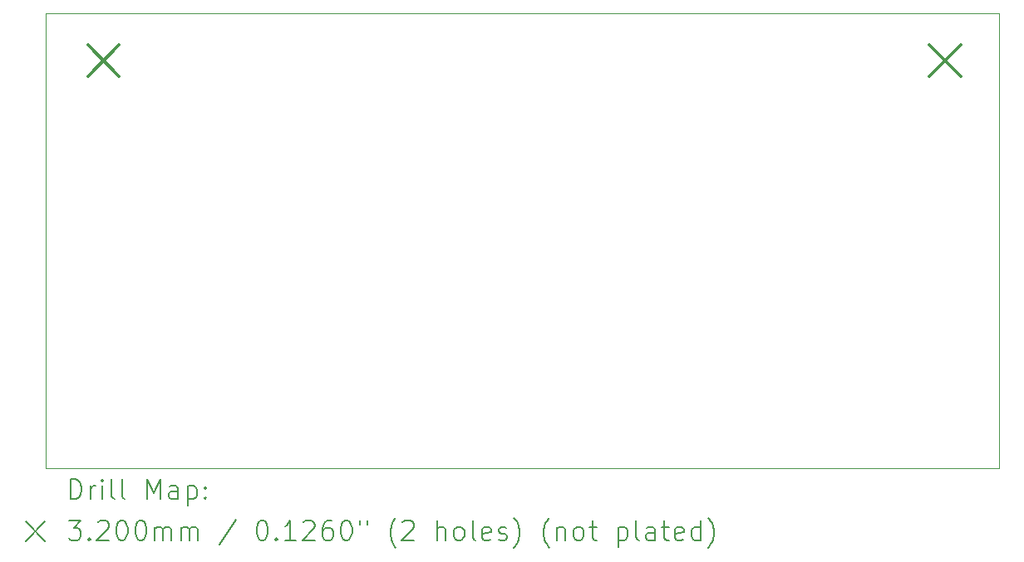
<source format=gbr>
%TF.GenerationSoftware,KiCad,Pcbnew,7.0.10*%
%TF.CreationDate,2025-10-26T16:30:40+00:00*%
%TF.ProjectId,Polivoks filter-R,506f6c69-766f-46b7-9320-66696c746572,rev?*%
%TF.SameCoordinates,Original*%
%TF.FileFunction,Drillmap*%
%TF.FilePolarity,Positive*%
%FSLAX45Y45*%
G04 Gerber Fmt 4.5, Leading zero omitted, Abs format (unit mm)*
G04 Created by KiCad (PCBNEW 7.0.10) date 2025-10-26 16:30:40*
%MOMM*%
%LPD*%
G01*
G04 APERTURE LIST*
%ADD10C,0.100000*%
%ADD11C,0.200000*%
%ADD12C,0.320000*%
G04 APERTURE END LIST*
D10*
X9759950Y-8535670D02*
X19475450Y-8535670D01*
X19475450Y-13171170D01*
X9759950Y-13171170D01*
X9759950Y-8535670D01*
D11*
D12*
X10190500Y-8857000D02*
X10510500Y-9177000D01*
X10510500Y-8857000D02*
X10190500Y-9177000D01*
X18763000Y-8857000D02*
X19083000Y-9177000D01*
X19083000Y-8857000D02*
X18763000Y-9177000D01*
D11*
X10015727Y-13487654D02*
X10015727Y-13287654D01*
X10015727Y-13287654D02*
X10063346Y-13287654D01*
X10063346Y-13287654D02*
X10091917Y-13297178D01*
X10091917Y-13297178D02*
X10110965Y-13316225D01*
X10110965Y-13316225D02*
X10120489Y-13335273D01*
X10120489Y-13335273D02*
X10130013Y-13373368D01*
X10130013Y-13373368D02*
X10130013Y-13401939D01*
X10130013Y-13401939D02*
X10120489Y-13440035D01*
X10120489Y-13440035D02*
X10110965Y-13459082D01*
X10110965Y-13459082D02*
X10091917Y-13478130D01*
X10091917Y-13478130D02*
X10063346Y-13487654D01*
X10063346Y-13487654D02*
X10015727Y-13487654D01*
X10215727Y-13487654D02*
X10215727Y-13354320D01*
X10215727Y-13392416D02*
X10225251Y-13373368D01*
X10225251Y-13373368D02*
X10234774Y-13363844D01*
X10234774Y-13363844D02*
X10253822Y-13354320D01*
X10253822Y-13354320D02*
X10272870Y-13354320D01*
X10339536Y-13487654D02*
X10339536Y-13354320D01*
X10339536Y-13287654D02*
X10330013Y-13297178D01*
X10330013Y-13297178D02*
X10339536Y-13306701D01*
X10339536Y-13306701D02*
X10349060Y-13297178D01*
X10349060Y-13297178D02*
X10339536Y-13287654D01*
X10339536Y-13287654D02*
X10339536Y-13306701D01*
X10463346Y-13487654D02*
X10444298Y-13478130D01*
X10444298Y-13478130D02*
X10434774Y-13459082D01*
X10434774Y-13459082D02*
X10434774Y-13287654D01*
X10568108Y-13487654D02*
X10549060Y-13478130D01*
X10549060Y-13478130D02*
X10539536Y-13459082D01*
X10539536Y-13459082D02*
X10539536Y-13287654D01*
X10796679Y-13487654D02*
X10796679Y-13287654D01*
X10796679Y-13287654D02*
X10863346Y-13430511D01*
X10863346Y-13430511D02*
X10930013Y-13287654D01*
X10930013Y-13287654D02*
X10930013Y-13487654D01*
X11110965Y-13487654D02*
X11110965Y-13382892D01*
X11110965Y-13382892D02*
X11101441Y-13363844D01*
X11101441Y-13363844D02*
X11082394Y-13354320D01*
X11082394Y-13354320D02*
X11044298Y-13354320D01*
X11044298Y-13354320D02*
X11025251Y-13363844D01*
X11110965Y-13478130D02*
X11091917Y-13487654D01*
X11091917Y-13487654D02*
X11044298Y-13487654D01*
X11044298Y-13487654D02*
X11025251Y-13478130D01*
X11025251Y-13478130D02*
X11015727Y-13459082D01*
X11015727Y-13459082D02*
X11015727Y-13440035D01*
X11015727Y-13440035D02*
X11025251Y-13420987D01*
X11025251Y-13420987D02*
X11044298Y-13411463D01*
X11044298Y-13411463D02*
X11091917Y-13411463D01*
X11091917Y-13411463D02*
X11110965Y-13401939D01*
X11206203Y-13354320D02*
X11206203Y-13554320D01*
X11206203Y-13363844D02*
X11225251Y-13354320D01*
X11225251Y-13354320D02*
X11263346Y-13354320D01*
X11263346Y-13354320D02*
X11282393Y-13363844D01*
X11282393Y-13363844D02*
X11291917Y-13373368D01*
X11291917Y-13373368D02*
X11301441Y-13392416D01*
X11301441Y-13392416D02*
X11301441Y-13449558D01*
X11301441Y-13449558D02*
X11291917Y-13468606D01*
X11291917Y-13468606D02*
X11282393Y-13478130D01*
X11282393Y-13478130D02*
X11263346Y-13487654D01*
X11263346Y-13487654D02*
X11225251Y-13487654D01*
X11225251Y-13487654D02*
X11206203Y-13478130D01*
X11387155Y-13468606D02*
X11396679Y-13478130D01*
X11396679Y-13478130D02*
X11387155Y-13487654D01*
X11387155Y-13487654D02*
X11377632Y-13478130D01*
X11377632Y-13478130D02*
X11387155Y-13468606D01*
X11387155Y-13468606D02*
X11387155Y-13487654D01*
X11387155Y-13363844D02*
X11396679Y-13373368D01*
X11396679Y-13373368D02*
X11387155Y-13382892D01*
X11387155Y-13382892D02*
X11377632Y-13373368D01*
X11377632Y-13373368D02*
X11387155Y-13363844D01*
X11387155Y-13363844D02*
X11387155Y-13382892D01*
X9554950Y-13716170D02*
X9754950Y-13916170D01*
X9754950Y-13716170D02*
X9554950Y-13916170D01*
X9996679Y-13707654D02*
X10120489Y-13707654D01*
X10120489Y-13707654D02*
X10053822Y-13783844D01*
X10053822Y-13783844D02*
X10082394Y-13783844D01*
X10082394Y-13783844D02*
X10101441Y-13793368D01*
X10101441Y-13793368D02*
X10110965Y-13802892D01*
X10110965Y-13802892D02*
X10120489Y-13821939D01*
X10120489Y-13821939D02*
X10120489Y-13869558D01*
X10120489Y-13869558D02*
X10110965Y-13888606D01*
X10110965Y-13888606D02*
X10101441Y-13898130D01*
X10101441Y-13898130D02*
X10082394Y-13907654D01*
X10082394Y-13907654D02*
X10025251Y-13907654D01*
X10025251Y-13907654D02*
X10006203Y-13898130D01*
X10006203Y-13898130D02*
X9996679Y-13888606D01*
X10206203Y-13888606D02*
X10215727Y-13898130D01*
X10215727Y-13898130D02*
X10206203Y-13907654D01*
X10206203Y-13907654D02*
X10196679Y-13898130D01*
X10196679Y-13898130D02*
X10206203Y-13888606D01*
X10206203Y-13888606D02*
X10206203Y-13907654D01*
X10291917Y-13726701D02*
X10301441Y-13717178D01*
X10301441Y-13717178D02*
X10320489Y-13707654D01*
X10320489Y-13707654D02*
X10368108Y-13707654D01*
X10368108Y-13707654D02*
X10387155Y-13717178D01*
X10387155Y-13717178D02*
X10396679Y-13726701D01*
X10396679Y-13726701D02*
X10406203Y-13745749D01*
X10406203Y-13745749D02*
X10406203Y-13764797D01*
X10406203Y-13764797D02*
X10396679Y-13793368D01*
X10396679Y-13793368D02*
X10282394Y-13907654D01*
X10282394Y-13907654D02*
X10406203Y-13907654D01*
X10530013Y-13707654D02*
X10549060Y-13707654D01*
X10549060Y-13707654D02*
X10568108Y-13717178D01*
X10568108Y-13717178D02*
X10577632Y-13726701D01*
X10577632Y-13726701D02*
X10587155Y-13745749D01*
X10587155Y-13745749D02*
X10596679Y-13783844D01*
X10596679Y-13783844D02*
X10596679Y-13831463D01*
X10596679Y-13831463D02*
X10587155Y-13869558D01*
X10587155Y-13869558D02*
X10577632Y-13888606D01*
X10577632Y-13888606D02*
X10568108Y-13898130D01*
X10568108Y-13898130D02*
X10549060Y-13907654D01*
X10549060Y-13907654D02*
X10530013Y-13907654D01*
X10530013Y-13907654D02*
X10510965Y-13898130D01*
X10510965Y-13898130D02*
X10501441Y-13888606D01*
X10501441Y-13888606D02*
X10491917Y-13869558D01*
X10491917Y-13869558D02*
X10482394Y-13831463D01*
X10482394Y-13831463D02*
X10482394Y-13783844D01*
X10482394Y-13783844D02*
X10491917Y-13745749D01*
X10491917Y-13745749D02*
X10501441Y-13726701D01*
X10501441Y-13726701D02*
X10510965Y-13717178D01*
X10510965Y-13717178D02*
X10530013Y-13707654D01*
X10720489Y-13707654D02*
X10739536Y-13707654D01*
X10739536Y-13707654D02*
X10758584Y-13717178D01*
X10758584Y-13717178D02*
X10768108Y-13726701D01*
X10768108Y-13726701D02*
X10777632Y-13745749D01*
X10777632Y-13745749D02*
X10787155Y-13783844D01*
X10787155Y-13783844D02*
X10787155Y-13831463D01*
X10787155Y-13831463D02*
X10777632Y-13869558D01*
X10777632Y-13869558D02*
X10768108Y-13888606D01*
X10768108Y-13888606D02*
X10758584Y-13898130D01*
X10758584Y-13898130D02*
X10739536Y-13907654D01*
X10739536Y-13907654D02*
X10720489Y-13907654D01*
X10720489Y-13907654D02*
X10701441Y-13898130D01*
X10701441Y-13898130D02*
X10691917Y-13888606D01*
X10691917Y-13888606D02*
X10682394Y-13869558D01*
X10682394Y-13869558D02*
X10672870Y-13831463D01*
X10672870Y-13831463D02*
X10672870Y-13783844D01*
X10672870Y-13783844D02*
X10682394Y-13745749D01*
X10682394Y-13745749D02*
X10691917Y-13726701D01*
X10691917Y-13726701D02*
X10701441Y-13717178D01*
X10701441Y-13717178D02*
X10720489Y-13707654D01*
X10872870Y-13907654D02*
X10872870Y-13774320D01*
X10872870Y-13793368D02*
X10882394Y-13783844D01*
X10882394Y-13783844D02*
X10901441Y-13774320D01*
X10901441Y-13774320D02*
X10930013Y-13774320D01*
X10930013Y-13774320D02*
X10949060Y-13783844D01*
X10949060Y-13783844D02*
X10958584Y-13802892D01*
X10958584Y-13802892D02*
X10958584Y-13907654D01*
X10958584Y-13802892D02*
X10968108Y-13783844D01*
X10968108Y-13783844D02*
X10987155Y-13774320D01*
X10987155Y-13774320D02*
X11015727Y-13774320D01*
X11015727Y-13774320D02*
X11034775Y-13783844D01*
X11034775Y-13783844D02*
X11044298Y-13802892D01*
X11044298Y-13802892D02*
X11044298Y-13907654D01*
X11139536Y-13907654D02*
X11139536Y-13774320D01*
X11139536Y-13793368D02*
X11149060Y-13783844D01*
X11149060Y-13783844D02*
X11168108Y-13774320D01*
X11168108Y-13774320D02*
X11196679Y-13774320D01*
X11196679Y-13774320D02*
X11215727Y-13783844D01*
X11215727Y-13783844D02*
X11225251Y-13802892D01*
X11225251Y-13802892D02*
X11225251Y-13907654D01*
X11225251Y-13802892D02*
X11234774Y-13783844D01*
X11234774Y-13783844D02*
X11253822Y-13774320D01*
X11253822Y-13774320D02*
X11282393Y-13774320D01*
X11282393Y-13774320D02*
X11301441Y-13783844D01*
X11301441Y-13783844D02*
X11310965Y-13802892D01*
X11310965Y-13802892D02*
X11310965Y-13907654D01*
X11701441Y-13698130D02*
X11530013Y-13955273D01*
X11958584Y-13707654D02*
X11977632Y-13707654D01*
X11977632Y-13707654D02*
X11996679Y-13717178D01*
X11996679Y-13717178D02*
X12006203Y-13726701D01*
X12006203Y-13726701D02*
X12015727Y-13745749D01*
X12015727Y-13745749D02*
X12025251Y-13783844D01*
X12025251Y-13783844D02*
X12025251Y-13831463D01*
X12025251Y-13831463D02*
X12015727Y-13869558D01*
X12015727Y-13869558D02*
X12006203Y-13888606D01*
X12006203Y-13888606D02*
X11996679Y-13898130D01*
X11996679Y-13898130D02*
X11977632Y-13907654D01*
X11977632Y-13907654D02*
X11958584Y-13907654D01*
X11958584Y-13907654D02*
X11939536Y-13898130D01*
X11939536Y-13898130D02*
X11930013Y-13888606D01*
X11930013Y-13888606D02*
X11920489Y-13869558D01*
X11920489Y-13869558D02*
X11910965Y-13831463D01*
X11910965Y-13831463D02*
X11910965Y-13783844D01*
X11910965Y-13783844D02*
X11920489Y-13745749D01*
X11920489Y-13745749D02*
X11930013Y-13726701D01*
X11930013Y-13726701D02*
X11939536Y-13717178D01*
X11939536Y-13717178D02*
X11958584Y-13707654D01*
X12110965Y-13888606D02*
X12120489Y-13898130D01*
X12120489Y-13898130D02*
X12110965Y-13907654D01*
X12110965Y-13907654D02*
X12101441Y-13898130D01*
X12101441Y-13898130D02*
X12110965Y-13888606D01*
X12110965Y-13888606D02*
X12110965Y-13907654D01*
X12310965Y-13907654D02*
X12196679Y-13907654D01*
X12253822Y-13907654D02*
X12253822Y-13707654D01*
X12253822Y-13707654D02*
X12234775Y-13736225D01*
X12234775Y-13736225D02*
X12215727Y-13755273D01*
X12215727Y-13755273D02*
X12196679Y-13764797D01*
X12387156Y-13726701D02*
X12396679Y-13717178D01*
X12396679Y-13717178D02*
X12415727Y-13707654D01*
X12415727Y-13707654D02*
X12463346Y-13707654D01*
X12463346Y-13707654D02*
X12482394Y-13717178D01*
X12482394Y-13717178D02*
X12491917Y-13726701D01*
X12491917Y-13726701D02*
X12501441Y-13745749D01*
X12501441Y-13745749D02*
X12501441Y-13764797D01*
X12501441Y-13764797D02*
X12491917Y-13793368D01*
X12491917Y-13793368D02*
X12377632Y-13907654D01*
X12377632Y-13907654D02*
X12501441Y-13907654D01*
X12672870Y-13707654D02*
X12634775Y-13707654D01*
X12634775Y-13707654D02*
X12615727Y-13717178D01*
X12615727Y-13717178D02*
X12606203Y-13726701D01*
X12606203Y-13726701D02*
X12587156Y-13755273D01*
X12587156Y-13755273D02*
X12577632Y-13793368D01*
X12577632Y-13793368D02*
X12577632Y-13869558D01*
X12577632Y-13869558D02*
X12587156Y-13888606D01*
X12587156Y-13888606D02*
X12596679Y-13898130D01*
X12596679Y-13898130D02*
X12615727Y-13907654D01*
X12615727Y-13907654D02*
X12653822Y-13907654D01*
X12653822Y-13907654D02*
X12672870Y-13898130D01*
X12672870Y-13898130D02*
X12682394Y-13888606D01*
X12682394Y-13888606D02*
X12691917Y-13869558D01*
X12691917Y-13869558D02*
X12691917Y-13821939D01*
X12691917Y-13821939D02*
X12682394Y-13802892D01*
X12682394Y-13802892D02*
X12672870Y-13793368D01*
X12672870Y-13793368D02*
X12653822Y-13783844D01*
X12653822Y-13783844D02*
X12615727Y-13783844D01*
X12615727Y-13783844D02*
X12596679Y-13793368D01*
X12596679Y-13793368D02*
X12587156Y-13802892D01*
X12587156Y-13802892D02*
X12577632Y-13821939D01*
X12815727Y-13707654D02*
X12834775Y-13707654D01*
X12834775Y-13707654D02*
X12853822Y-13717178D01*
X12853822Y-13717178D02*
X12863346Y-13726701D01*
X12863346Y-13726701D02*
X12872870Y-13745749D01*
X12872870Y-13745749D02*
X12882394Y-13783844D01*
X12882394Y-13783844D02*
X12882394Y-13831463D01*
X12882394Y-13831463D02*
X12872870Y-13869558D01*
X12872870Y-13869558D02*
X12863346Y-13888606D01*
X12863346Y-13888606D02*
X12853822Y-13898130D01*
X12853822Y-13898130D02*
X12834775Y-13907654D01*
X12834775Y-13907654D02*
X12815727Y-13907654D01*
X12815727Y-13907654D02*
X12796679Y-13898130D01*
X12796679Y-13898130D02*
X12787156Y-13888606D01*
X12787156Y-13888606D02*
X12777632Y-13869558D01*
X12777632Y-13869558D02*
X12768108Y-13831463D01*
X12768108Y-13831463D02*
X12768108Y-13783844D01*
X12768108Y-13783844D02*
X12777632Y-13745749D01*
X12777632Y-13745749D02*
X12787156Y-13726701D01*
X12787156Y-13726701D02*
X12796679Y-13717178D01*
X12796679Y-13717178D02*
X12815727Y-13707654D01*
X12958584Y-13707654D02*
X12958584Y-13745749D01*
X13034775Y-13707654D02*
X13034775Y-13745749D01*
X13330013Y-13983844D02*
X13320489Y-13974320D01*
X13320489Y-13974320D02*
X13301441Y-13945749D01*
X13301441Y-13945749D02*
X13291918Y-13926701D01*
X13291918Y-13926701D02*
X13282394Y-13898130D01*
X13282394Y-13898130D02*
X13272870Y-13850511D01*
X13272870Y-13850511D02*
X13272870Y-13812416D01*
X13272870Y-13812416D02*
X13282394Y-13764797D01*
X13282394Y-13764797D02*
X13291918Y-13736225D01*
X13291918Y-13736225D02*
X13301441Y-13717178D01*
X13301441Y-13717178D02*
X13320489Y-13688606D01*
X13320489Y-13688606D02*
X13330013Y-13679082D01*
X13396679Y-13726701D02*
X13406203Y-13717178D01*
X13406203Y-13717178D02*
X13425251Y-13707654D01*
X13425251Y-13707654D02*
X13472870Y-13707654D01*
X13472870Y-13707654D02*
X13491918Y-13717178D01*
X13491918Y-13717178D02*
X13501441Y-13726701D01*
X13501441Y-13726701D02*
X13510965Y-13745749D01*
X13510965Y-13745749D02*
X13510965Y-13764797D01*
X13510965Y-13764797D02*
X13501441Y-13793368D01*
X13501441Y-13793368D02*
X13387156Y-13907654D01*
X13387156Y-13907654D02*
X13510965Y-13907654D01*
X13749060Y-13907654D02*
X13749060Y-13707654D01*
X13834775Y-13907654D02*
X13834775Y-13802892D01*
X13834775Y-13802892D02*
X13825251Y-13783844D01*
X13825251Y-13783844D02*
X13806203Y-13774320D01*
X13806203Y-13774320D02*
X13777632Y-13774320D01*
X13777632Y-13774320D02*
X13758584Y-13783844D01*
X13758584Y-13783844D02*
X13749060Y-13793368D01*
X13958584Y-13907654D02*
X13939537Y-13898130D01*
X13939537Y-13898130D02*
X13930013Y-13888606D01*
X13930013Y-13888606D02*
X13920489Y-13869558D01*
X13920489Y-13869558D02*
X13920489Y-13812416D01*
X13920489Y-13812416D02*
X13930013Y-13793368D01*
X13930013Y-13793368D02*
X13939537Y-13783844D01*
X13939537Y-13783844D02*
X13958584Y-13774320D01*
X13958584Y-13774320D02*
X13987156Y-13774320D01*
X13987156Y-13774320D02*
X14006203Y-13783844D01*
X14006203Y-13783844D02*
X14015727Y-13793368D01*
X14015727Y-13793368D02*
X14025251Y-13812416D01*
X14025251Y-13812416D02*
X14025251Y-13869558D01*
X14025251Y-13869558D02*
X14015727Y-13888606D01*
X14015727Y-13888606D02*
X14006203Y-13898130D01*
X14006203Y-13898130D02*
X13987156Y-13907654D01*
X13987156Y-13907654D02*
X13958584Y-13907654D01*
X14139537Y-13907654D02*
X14120489Y-13898130D01*
X14120489Y-13898130D02*
X14110965Y-13879082D01*
X14110965Y-13879082D02*
X14110965Y-13707654D01*
X14291918Y-13898130D02*
X14272870Y-13907654D01*
X14272870Y-13907654D02*
X14234775Y-13907654D01*
X14234775Y-13907654D02*
X14215727Y-13898130D01*
X14215727Y-13898130D02*
X14206203Y-13879082D01*
X14206203Y-13879082D02*
X14206203Y-13802892D01*
X14206203Y-13802892D02*
X14215727Y-13783844D01*
X14215727Y-13783844D02*
X14234775Y-13774320D01*
X14234775Y-13774320D02*
X14272870Y-13774320D01*
X14272870Y-13774320D02*
X14291918Y-13783844D01*
X14291918Y-13783844D02*
X14301441Y-13802892D01*
X14301441Y-13802892D02*
X14301441Y-13821939D01*
X14301441Y-13821939D02*
X14206203Y-13840987D01*
X14377632Y-13898130D02*
X14396680Y-13907654D01*
X14396680Y-13907654D02*
X14434775Y-13907654D01*
X14434775Y-13907654D02*
X14453822Y-13898130D01*
X14453822Y-13898130D02*
X14463346Y-13879082D01*
X14463346Y-13879082D02*
X14463346Y-13869558D01*
X14463346Y-13869558D02*
X14453822Y-13850511D01*
X14453822Y-13850511D02*
X14434775Y-13840987D01*
X14434775Y-13840987D02*
X14406203Y-13840987D01*
X14406203Y-13840987D02*
X14387156Y-13831463D01*
X14387156Y-13831463D02*
X14377632Y-13812416D01*
X14377632Y-13812416D02*
X14377632Y-13802892D01*
X14377632Y-13802892D02*
X14387156Y-13783844D01*
X14387156Y-13783844D02*
X14406203Y-13774320D01*
X14406203Y-13774320D02*
X14434775Y-13774320D01*
X14434775Y-13774320D02*
X14453822Y-13783844D01*
X14530013Y-13983844D02*
X14539537Y-13974320D01*
X14539537Y-13974320D02*
X14558584Y-13945749D01*
X14558584Y-13945749D02*
X14568108Y-13926701D01*
X14568108Y-13926701D02*
X14577632Y-13898130D01*
X14577632Y-13898130D02*
X14587156Y-13850511D01*
X14587156Y-13850511D02*
X14587156Y-13812416D01*
X14587156Y-13812416D02*
X14577632Y-13764797D01*
X14577632Y-13764797D02*
X14568108Y-13736225D01*
X14568108Y-13736225D02*
X14558584Y-13717178D01*
X14558584Y-13717178D02*
X14539537Y-13688606D01*
X14539537Y-13688606D02*
X14530013Y-13679082D01*
X14891918Y-13983844D02*
X14882394Y-13974320D01*
X14882394Y-13974320D02*
X14863346Y-13945749D01*
X14863346Y-13945749D02*
X14853822Y-13926701D01*
X14853822Y-13926701D02*
X14844299Y-13898130D01*
X14844299Y-13898130D02*
X14834775Y-13850511D01*
X14834775Y-13850511D02*
X14834775Y-13812416D01*
X14834775Y-13812416D02*
X14844299Y-13764797D01*
X14844299Y-13764797D02*
X14853822Y-13736225D01*
X14853822Y-13736225D02*
X14863346Y-13717178D01*
X14863346Y-13717178D02*
X14882394Y-13688606D01*
X14882394Y-13688606D02*
X14891918Y-13679082D01*
X14968108Y-13774320D02*
X14968108Y-13907654D01*
X14968108Y-13793368D02*
X14977632Y-13783844D01*
X14977632Y-13783844D02*
X14996680Y-13774320D01*
X14996680Y-13774320D02*
X15025251Y-13774320D01*
X15025251Y-13774320D02*
X15044299Y-13783844D01*
X15044299Y-13783844D02*
X15053822Y-13802892D01*
X15053822Y-13802892D02*
X15053822Y-13907654D01*
X15177632Y-13907654D02*
X15158584Y-13898130D01*
X15158584Y-13898130D02*
X15149061Y-13888606D01*
X15149061Y-13888606D02*
X15139537Y-13869558D01*
X15139537Y-13869558D02*
X15139537Y-13812416D01*
X15139537Y-13812416D02*
X15149061Y-13793368D01*
X15149061Y-13793368D02*
X15158584Y-13783844D01*
X15158584Y-13783844D02*
X15177632Y-13774320D01*
X15177632Y-13774320D02*
X15206203Y-13774320D01*
X15206203Y-13774320D02*
X15225251Y-13783844D01*
X15225251Y-13783844D02*
X15234775Y-13793368D01*
X15234775Y-13793368D02*
X15244299Y-13812416D01*
X15244299Y-13812416D02*
X15244299Y-13869558D01*
X15244299Y-13869558D02*
X15234775Y-13888606D01*
X15234775Y-13888606D02*
X15225251Y-13898130D01*
X15225251Y-13898130D02*
X15206203Y-13907654D01*
X15206203Y-13907654D02*
X15177632Y-13907654D01*
X15301442Y-13774320D02*
X15377632Y-13774320D01*
X15330013Y-13707654D02*
X15330013Y-13879082D01*
X15330013Y-13879082D02*
X15339537Y-13898130D01*
X15339537Y-13898130D02*
X15358584Y-13907654D01*
X15358584Y-13907654D02*
X15377632Y-13907654D01*
X15596680Y-13774320D02*
X15596680Y-13974320D01*
X15596680Y-13783844D02*
X15615727Y-13774320D01*
X15615727Y-13774320D02*
X15653823Y-13774320D01*
X15653823Y-13774320D02*
X15672870Y-13783844D01*
X15672870Y-13783844D02*
X15682394Y-13793368D01*
X15682394Y-13793368D02*
X15691918Y-13812416D01*
X15691918Y-13812416D02*
X15691918Y-13869558D01*
X15691918Y-13869558D02*
X15682394Y-13888606D01*
X15682394Y-13888606D02*
X15672870Y-13898130D01*
X15672870Y-13898130D02*
X15653823Y-13907654D01*
X15653823Y-13907654D02*
X15615727Y-13907654D01*
X15615727Y-13907654D02*
X15596680Y-13898130D01*
X15806203Y-13907654D02*
X15787156Y-13898130D01*
X15787156Y-13898130D02*
X15777632Y-13879082D01*
X15777632Y-13879082D02*
X15777632Y-13707654D01*
X15968108Y-13907654D02*
X15968108Y-13802892D01*
X15968108Y-13802892D02*
X15958584Y-13783844D01*
X15958584Y-13783844D02*
X15939537Y-13774320D01*
X15939537Y-13774320D02*
X15901442Y-13774320D01*
X15901442Y-13774320D02*
X15882394Y-13783844D01*
X15968108Y-13898130D02*
X15949061Y-13907654D01*
X15949061Y-13907654D02*
X15901442Y-13907654D01*
X15901442Y-13907654D02*
X15882394Y-13898130D01*
X15882394Y-13898130D02*
X15872870Y-13879082D01*
X15872870Y-13879082D02*
X15872870Y-13860035D01*
X15872870Y-13860035D02*
X15882394Y-13840987D01*
X15882394Y-13840987D02*
X15901442Y-13831463D01*
X15901442Y-13831463D02*
X15949061Y-13831463D01*
X15949061Y-13831463D02*
X15968108Y-13821939D01*
X16034775Y-13774320D02*
X16110965Y-13774320D01*
X16063346Y-13707654D02*
X16063346Y-13879082D01*
X16063346Y-13879082D02*
X16072870Y-13898130D01*
X16072870Y-13898130D02*
X16091918Y-13907654D01*
X16091918Y-13907654D02*
X16110965Y-13907654D01*
X16253823Y-13898130D02*
X16234775Y-13907654D01*
X16234775Y-13907654D02*
X16196680Y-13907654D01*
X16196680Y-13907654D02*
X16177632Y-13898130D01*
X16177632Y-13898130D02*
X16168108Y-13879082D01*
X16168108Y-13879082D02*
X16168108Y-13802892D01*
X16168108Y-13802892D02*
X16177632Y-13783844D01*
X16177632Y-13783844D02*
X16196680Y-13774320D01*
X16196680Y-13774320D02*
X16234775Y-13774320D01*
X16234775Y-13774320D02*
X16253823Y-13783844D01*
X16253823Y-13783844D02*
X16263346Y-13802892D01*
X16263346Y-13802892D02*
X16263346Y-13821939D01*
X16263346Y-13821939D02*
X16168108Y-13840987D01*
X16434775Y-13907654D02*
X16434775Y-13707654D01*
X16434775Y-13898130D02*
X16415727Y-13907654D01*
X16415727Y-13907654D02*
X16377632Y-13907654D01*
X16377632Y-13907654D02*
X16358584Y-13898130D01*
X16358584Y-13898130D02*
X16349061Y-13888606D01*
X16349061Y-13888606D02*
X16339537Y-13869558D01*
X16339537Y-13869558D02*
X16339537Y-13812416D01*
X16339537Y-13812416D02*
X16349061Y-13793368D01*
X16349061Y-13793368D02*
X16358584Y-13783844D01*
X16358584Y-13783844D02*
X16377632Y-13774320D01*
X16377632Y-13774320D02*
X16415727Y-13774320D01*
X16415727Y-13774320D02*
X16434775Y-13783844D01*
X16510965Y-13983844D02*
X16520489Y-13974320D01*
X16520489Y-13974320D02*
X16539537Y-13945749D01*
X16539537Y-13945749D02*
X16549061Y-13926701D01*
X16549061Y-13926701D02*
X16558584Y-13898130D01*
X16558584Y-13898130D02*
X16568108Y-13850511D01*
X16568108Y-13850511D02*
X16568108Y-13812416D01*
X16568108Y-13812416D02*
X16558584Y-13764797D01*
X16558584Y-13764797D02*
X16549061Y-13736225D01*
X16549061Y-13736225D02*
X16539537Y-13717178D01*
X16539537Y-13717178D02*
X16520489Y-13688606D01*
X16520489Y-13688606D02*
X16510965Y-13679082D01*
M02*

</source>
